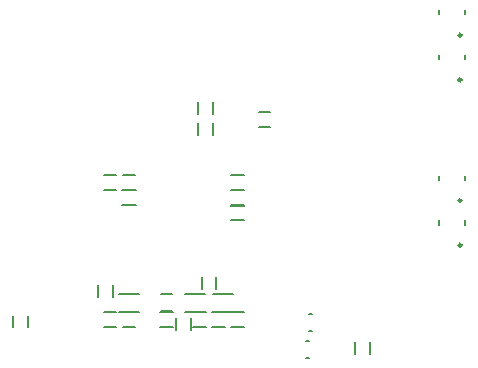
<source format=gbo>
G04*
G04 #@! TF.GenerationSoftware,Altium Limited,Altium Designer,24.4.1 (13)*
G04*
G04 Layer_Color=32896*
%FSLAX44Y44*%
%MOMM*%
G71*
G04*
G04 #@! TF.SameCoordinates,6757478C-E6A1-41AE-BC66-293F91E3D7AC*
G04*
G04*
G04 #@! TF.FilePolarity,Positive*
G04*
G01*
G75*
%ADD10C,0.2500*%
%ADD12C,0.2000*%
D10*
X443750Y142750D02*
G03*
X443750Y142750I-1250J0D01*
G01*
Y104750D02*
G03*
X443750Y104750I-1250J0D01*
G01*
Y282750D02*
G03*
X443750Y282750I-1250J0D01*
G01*
Y244750D02*
G03*
X443750Y244750I-1250J0D01*
G01*
D12*
X312500Y9250D02*
X315000D01*
X312500Y23750D02*
X315000D01*
Y46750D02*
X317500D01*
X315000Y32250D02*
X317500D01*
X425000Y160250D02*
Y163750D01*
X447000Y160250D02*
Y163750D01*
X425000Y122250D02*
Y125750D01*
X447000Y122250D02*
Y125750D01*
Y300250D02*
Y303750D01*
X425000Y300250D02*
Y303750D01*
X447000Y262250D02*
Y265750D01*
X425000Y262250D02*
Y265750D01*
X233350Y198000D02*
Y208000D01*
X220650Y198000D02*
Y208000D01*
X220651Y216001D02*
Y226001D01*
X233351Y216001D02*
Y226001D01*
X248750Y151750D02*
X259250D01*
X248750Y164250D02*
X259250D01*
X248750Y35750D02*
X259250D01*
X248750Y48250D02*
X259250D01*
X135650Y61000D02*
Y71000D01*
X148350Y61000D02*
Y71000D01*
X156750Y151750D02*
X167250D01*
X156750Y164250D02*
X167250D01*
X140750D02*
X151250D01*
X140750Y151750D02*
X151250D01*
X156250Y138750D02*
X167750D01*
X156250Y151250D02*
X167750D01*
X201650Y33000D02*
Y43000D01*
X214350Y33000D02*
Y43000D01*
X140750Y48250D02*
X151250D01*
X140750Y35750D02*
X151250D01*
X156750D02*
X167250D01*
X156750Y48250D02*
X167250D01*
X248250Y125750D02*
X259750D01*
X248250Y138250D02*
X259750D01*
X248750Y138750D02*
X259250D01*
X248750Y151250D02*
X259250D01*
X216750Y35750D02*
X227250D01*
X216750Y48250D02*
X227250D01*
X209638Y48638D02*
X226362D01*
X209638Y63362D02*
X226362D01*
X189000Y48750D02*
X199000D01*
X189000Y63250D02*
X199000D01*
X233638Y63362D02*
X250362D01*
X233638Y48638D02*
X250362D01*
X232750Y48250D02*
X243250D01*
X232750Y35750D02*
X243250D01*
X153638Y48638D02*
X170362D01*
X153638Y63362D02*
X170362D01*
X188750Y48250D02*
X199250D01*
X188750Y35750D02*
X199250D01*
X223750Y67750D02*
Y78250D01*
X236250Y67750D02*
Y78250D01*
X353650Y13000D02*
Y23000D01*
X366350Y13000D02*
Y23000D01*
X76350Y35250D02*
Y45250D01*
X63650Y35250D02*
Y45250D01*
X272000Y204650D02*
X282000D01*
X272000Y217350D02*
X282000D01*
M02*

</source>
